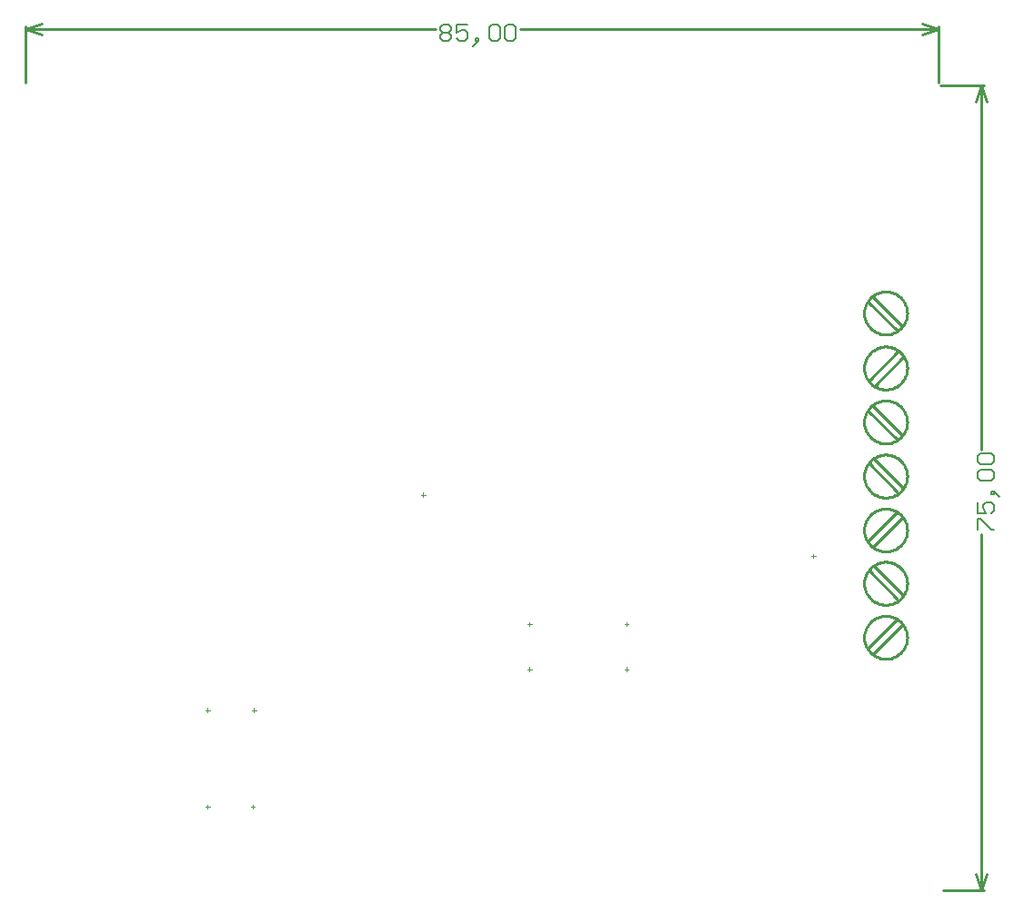
<source format=gm1>
%FSDAX24Y24*%
%MOIN*%
%SFA1B1*%

%IPPOS*%
%ADD30C,0.010000*%
%ADD96C,0.003900*%
%ADD97C,0.006000*%
%LNde-160724-1*%
%LPD*%
G54D30*
X042537Y033566D02*
D01*
X042535Y033620*
X042529Y033675*
X042519Y033729*
X042506Y033782*
X042489Y033835*
X042468Y033886*
X042444Y033935*
X042417Y033983*
X042386Y034028*
X042352Y034071*
X042316Y034112*
X042276Y034150*
X042234Y034186*
X042190Y034218*
X042143Y034247*
X042094Y034273*
X042044Y034295*
X041993Y034314*
X041940Y034329*
X041886Y034341*
X041832Y034348*
X041777Y034352*
X041722*
X041667Y034348*
X041613Y034341*
X041559Y034329*
X041506Y034314*
X041455Y034295*
X041405Y034273*
X041356Y034247*
X041309Y034218*
X041265Y034186*
X041223Y034150*
X041183Y034112*
X041147Y034071*
X041113Y034028*
X041082Y033983*
X041055Y033935*
X041031Y033886*
X041010Y033835*
X040993Y033782*
X040980Y033729*
X040970Y033675*
X040964Y033620*
X040963Y033566*
X040964Y033511*
X040970Y033456*
X040980Y033402*
X040993Y033349*
X041010Y033296*
X041031Y033245*
X041055Y033196*
X041082Y033148*
X041113Y033103*
X041147Y033060*
X041183Y033019*
X041223Y032981*
X041265Y032945*
X041309Y032913*
X041356Y032884*
X041405Y032858*
X041455Y032836*
X041506Y032817*
X041559Y032802*
X041613Y032790*
X041667Y032783*
X041722Y032779*
X041777*
X041832Y032783*
X041886Y032790*
X041940Y032802*
X041993Y032817*
X042044Y032836*
X042094Y032858*
X042143Y032884*
X042190Y032913*
X042234Y032945*
X042276Y032981*
X042316Y033019*
X042352Y033060*
X042386Y033103*
X042417Y033148*
X042444Y033196*
X042468Y033245*
X042489Y033296*
X042506Y033349*
X042519Y033402*
X042529Y033456*
X042535Y033511*
X042537Y033566*
Y037566D02*
D01*
X042535Y037620*
X042529Y037675*
X042519Y037729*
X042506Y037782*
X042489Y037835*
X042468Y037886*
X042444Y037935*
X042417Y037983*
X042386Y038028*
X042352Y038071*
X042316Y038112*
X042276Y038150*
X042234Y038186*
X042190Y038218*
X042143Y038247*
X042094Y038273*
X042044Y038295*
X041993Y038314*
X041940Y038329*
X041886Y038341*
X041832Y038348*
X041777Y038352*
X041722*
X041667Y038348*
X041613Y038341*
X041559Y038329*
X041506Y038314*
X041455Y038295*
X041405Y038273*
X041356Y038247*
X041309Y038218*
X041265Y038186*
X041223Y038150*
X041183Y038112*
X041147Y038071*
X041113Y038028*
X041082Y037983*
X041055Y037935*
X041031Y037886*
X041010Y037835*
X040993Y037782*
X040980Y037729*
X040970Y037675*
X040964Y037620*
X040963Y037566*
X040964Y037511*
X040970Y037456*
X040980Y037402*
X040993Y037349*
X041010Y037296*
X041031Y037245*
X041055Y037196*
X041082Y037148*
X041113Y037103*
X041147Y037060*
X041183Y037019*
X041223Y036981*
X041265Y036945*
X041309Y036913*
X041356Y036884*
X041405Y036858*
X041455Y036836*
X041506Y036817*
X041559Y036802*
X041613Y036790*
X041667Y036783*
X041722Y036779*
X041777*
X041832Y036783*
X041886Y036790*
X041940Y036802*
X041993Y036817*
X042044Y036836*
X042094Y036858*
X042143Y036884*
X042190Y036913*
X042234Y036945*
X042276Y036981*
X042316Y037019*
X042352Y037060*
X042386Y037103*
X042417Y037148*
X042444Y037196*
X042468Y037245*
X042489Y037296*
X042506Y037349*
X042519Y037402*
X042529Y037456*
X042535Y037511*
X042537Y037566*
Y035550D02*
D01*
X042535Y035604*
X042529Y035659*
X042519Y035713*
X042506Y035766*
X042489Y035819*
X042468Y035870*
X042444Y035919*
X042417Y035967*
X042386Y036012*
X042352Y036055*
X042316Y036096*
X042276Y036134*
X042234Y036170*
X042190Y036202*
X042143Y036231*
X042094Y036257*
X042044Y036279*
X041993Y036298*
X041940Y036313*
X041886Y036325*
X041832Y036332*
X041777Y036336*
X041722*
X041667Y036332*
X041613Y036325*
X041559Y036313*
X041506Y036298*
X041455Y036279*
X041405Y036257*
X041356Y036231*
X041309Y036202*
X041265Y036170*
X041223Y036134*
X041183Y036096*
X041147Y036055*
X041113Y036012*
X041082Y035967*
X041055Y035919*
X041031Y035870*
X041010Y035819*
X040993Y035766*
X040980Y035713*
X040970Y035659*
X040964Y035604*
X040963Y035550*
X040964Y035495*
X040970Y035440*
X040980Y035386*
X040993Y035333*
X041010Y035280*
X041031Y035229*
X041055Y035180*
X041082Y035132*
X041113Y035087*
X041147Y035044*
X041183Y035003*
X041223Y034965*
X041265Y034929*
X041309Y034897*
X041356Y034868*
X041405Y034842*
X041455Y034820*
X041506Y034801*
X041559Y034786*
X041613Y034774*
X041667Y034767*
X041722Y034763*
X041777*
X041832Y034767*
X041886Y034774*
X041940Y034786*
X041993Y034801*
X042044Y034820*
X042094Y034842*
X042143Y034868*
X042190Y034897*
X042234Y034929*
X042276Y034965*
X042316Y035003*
X042352Y035044*
X042386Y035087*
X042417Y035132*
X042444Y035180*
X042468Y035229*
X042489Y035280*
X042506Y035333*
X042519Y035386*
X042529Y035440*
X042535Y035495*
X042537Y035550*
Y029600D02*
D01*
X042535Y029654*
X042529Y029709*
X042519Y029763*
X042506Y029816*
X042489Y029869*
X042468Y029920*
X042444Y029969*
X042417Y030017*
X042386Y030062*
X042352Y030105*
X042316Y030146*
X042276Y030184*
X042234Y030220*
X042190Y030252*
X042143Y030281*
X042094Y030307*
X042044Y030329*
X041993Y030348*
X041940Y030363*
X041886Y030375*
X041832Y030382*
X041777Y030386*
X041722*
X041667Y030382*
X041613Y030375*
X041559Y030363*
X041506Y030348*
X041455Y030329*
X041405Y030307*
X041356Y030281*
X041309Y030252*
X041265Y030220*
X041223Y030184*
X041183Y030146*
X041147Y030105*
X041113Y030062*
X041082Y030017*
X041055Y029969*
X041031Y029920*
X041010Y029869*
X040993Y029816*
X040980Y029763*
X040970Y029709*
X040964Y029654*
X040963Y029600*
X040964Y029545*
X040970Y029490*
X040980Y029436*
X040993Y029383*
X041010Y029330*
X041031Y029279*
X041055Y029230*
X041082Y029182*
X041113Y029137*
X041147Y029094*
X041183Y029053*
X041223Y029015*
X041265Y028979*
X041309Y028947*
X041356Y028918*
X041405Y028892*
X041455Y028870*
X041506Y028851*
X041559Y028836*
X041613Y028824*
X041667Y028817*
X041722Y028813*
X041777*
X041832Y028817*
X041886Y028824*
X041940Y028836*
X041993Y028851*
X042044Y028870*
X042094Y028892*
X042143Y028918*
X042190Y028947*
X042234Y028979*
X042276Y029015*
X042316Y029053*
X042352Y029094*
X042386Y029137*
X042417Y029182*
X042444Y029230*
X042468Y029279*
X042489Y029330*
X042506Y029383*
X042519Y029436*
X042529Y029490*
X042535Y029545*
X042537Y029600*
Y031584D02*
D01*
X042535Y031638*
X042529Y031693*
X042519Y031747*
X042506Y031800*
X042489Y031853*
X042468Y031904*
X042444Y031953*
X042417Y032001*
X042386Y032046*
X042352Y032089*
X042316Y032130*
X042276Y032168*
X042234Y032204*
X042190Y032236*
X042143Y032265*
X042094Y032291*
X042044Y032313*
X041993Y032332*
X041940Y032347*
X041886Y032359*
X041832Y032366*
X041777Y032370*
X041722*
X041667Y032366*
X041613Y032359*
X041559Y032347*
X041506Y032332*
X041455Y032313*
X041405Y032291*
X041356Y032265*
X041309Y032236*
X041265Y032204*
X041223Y032168*
X041183Y032130*
X041147Y032089*
X041113Y032046*
X041082Y032001*
X041055Y031953*
X041031Y031904*
X041010Y031853*
X040993Y031800*
X040980Y031747*
X040970Y031693*
X040964Y031638*
X040963Y031584*
X040964Y031529*
X040970Y031474*
X040980Y031420*
X040993Y031367*
X041010Y031314*
X041031Y031263*
X041055Y031214*
X041082Y031166*
X041113Y031121*
X041147Y031078*
X041183Y031037*
X041223Y030999*
X041265Y030963*
X041309Y030931*
X041356Y030902*
X041405Y030876*
X041455Y030854*
X041506Y030835*
X041559Y030820*
X041613Y030808*
X041667Y030801*
X041722Y030797*
X041777*
X041832Y030801*
X041886Y030808*
X041940Y030820*
X041993Y030835*
X042044Y030854*
X042094Y030876*
X042143Y030902*
X042190Y030931*
X042234Y030963*
X042276Y030999*
X042316Y031037*
X042352Y031078*
X042386Y031121*
X042417Y031166*
X042444Y031214*
X042468Y031263*
X042489Y031314*
X042506Y031367*
X042519Y031420*
X042529Y031474*
X042535Y031529*
X042537Y031584*
Y025666D02*
D01*
X042535Y025720*
X042529Y025775*
X042519Y025829*
X042506Y025882*
X042489Y025935*
X042468Y025986*
X042444Y026035*
X042417Y026083*
X042386Y026128*
X042352Y026171*
X042316Y026212*
X042276Y026250*
X042234Y026286*
X042190Y026318*
X042143Y026347*
X042094Y026373*
X042044Y026395*
X041993Y026414*
X041940Y026429*
X041886Y026441*
X041832Y026448*
X041777Y026452*
X041722*
X041667Y026448*
X041613Y026441*
X041559Y026429*
X041506Y026414*
X041455Y026395*
X041405Y026373*
X041356Y026347*
X041309Y026318*
X041265Y026286*
X041223Y026250*
X041183Y026212*
X041147Y026171*
X041113Y026128*
X041082Y026083*
X041055Y026035*
X041031Y025986*
X041010Y025935*
X040993Y025882*
X040980Y025829*
X040970Y025775*
X040964Y025720*
X040963Y025666*
X040964Y025611*
X040970Y025556*
X040980Y025502*
X040993Y025449*
X041010Y025396*
X041031Y025345*
X041055Y025296*
X041082Y025248*
X041113Y025203*
X041147Y025160*
X041183Y025119*
X041223Y025081*
X041265Y025045*
X041309Y025013*
X041356Y024984*
X041405Y024958*
X041455Y024936*
X041506Y024917*
X041559Y024902*
X041613Y024890*
X041667Y024883*
X041722Y024879*
X041777*
X041832Y024883*
X041886Y024890*
X041940Y024902*
X041993Y024917*
X042044Y024936*
X042094Y024958*
X042143Y024984*
X042190Y025013*
X042234Y025045*
X042276Y025081*
X042316Y025119*
X042352Y025160*
X042386Y025203*
X042417Y025248*
X042444Y025296*
X042468Y025345*
X042489Y025396*
X042506Y025449*
X042519Y025502*
X042529Y025556*
X042535Y025611*
X042537Y025666*
Y027650D02*
D01*
X042535Y027704*
X042529Y027759*
X042519Y027813*
X042506Y027866*
X042489Y027919*
X042468Y027970*
X042444Y028019*
X042417Y028067*
X042386Y028112*
X042352Y028155*
X042316Y028196*
X042276Y028234*
X042234Y028270*
X042190Y028302*
X042143Y028331*
X042094Y028357*
X042044Y028379*
X041993Y028398*
X041940Y028413*
X041886Y028425*
X041832Y028432*
X041777Y028436*
X041722*
X041667Y028432*
X041613Y028425*
X041559Y028413*
X041506Y028398*
X041455Y028379*
X041405Y028357*
X041356Y028331*
X041309Y028302*
X041265Y028270*
X041223Y028234*
X041183Y028196*
X041147Y028155*
X041113Y028112*
X041082Y028067*
X041055Y028019*
X041031Y027970*
X041010Y027919*
X040993Y027866*
X040980Y027813*
X040970Y027759*
X040964Y027704*
X040963Y027650*
X040964Y027595*
X040970Y027540*
X040980Y027486*
X040993Y027433*
X041010Y027380*
X041031Y027329*
X041055Y027280*
X041082Y027232*
X041113Y027187*
X041147Y027144*
X041183Y027103*
X041223Y027065*
X041265Y027029*
X041309Y026997*
X041356Y026968*
X041405Y026942*
X041455Y026920*
X041506Y026901*
X041559Y026886*
X041613Y026874*
X041667Y026867*
X041722Y026863*
X041777*
X041832Y026867*
X041886Y026874*
X041940Y026886*
X041993Y026901*
X042044Y026920*
X042094Y026942*
X042143Y026968*
X042190Y026997*
X042234Y027029*
X042276Y027065*
X042316Y027103*
X042352Y027144*
X042386Y027187*
X042417Y027232*
X042444Y027280*
X042468Y027329*
X042489Y027380*
X042506Y027433*
X042519Y027486*
X042529Y027540*
X042535Y027595*
X042537Y027650*
X043696Y046028D02*
Y048100D01*
X010231Y046028D02*
Y048100D01*
X028363Y048000D02*
X043696D01*
X010231D02*
X025244D01*
X043096Y048200D02*
X043696Y048000D01*
X043096Y047800D02*
X043696Y048000D01*
X010231D02*
X010832Y047800D01*
X010231Y048000D02*
X010832Y048200D01*
X043850Y016400D02*
X045350D01*
X043750Y045928D02*
X045350D01*
X045250Y016400D02*
Y029444D01*
Y032563D02*
Y045928D01*
Y016400D02*
X045450Y017000D01*
X045050D02*
X045250Y016400D01*
X045050Y045328D02*
X045250Y045928D01*
X045450Y045328*
X041100Y034000D02*
X042175Y032925D01*
X041300Y034150D02*
X042350Y033100D01*
X041100Y038000D02*
X042175Y036925D01*
X041300Y038150D02*
X042350Y037100D01*
X041350Y034900D02*
X042400Y035950D01*
X041150Y035100D02*
X042200Y036150D01*
X041150Y032050D02*
X042200Y031000D01*
X041325Y032225D02*
X042400Y031150D01*
X041300Y029000D02*
X042350Y030050D01*
X042400*
X041100Y029200D02*
X042150Y030250D01*
X041150Y028116D02*
X042200Y027066D01*
X041325Y028291D02*
X042400Y027216D01*
X041300Y025066D02*
X042350Y026116D01*
X042400*
X041100Y025266D02*
X042150Y026316D01*
G54D96*
X039095Y028571D02*
Y028729D01*
X039017Y028650D02*
X039174D01*
X016900Y022921D02*
Y023079D01*
X016821Y023000D02*
X016979D01*
X018600Y022921D02*
Y023079D01*
X018521Y023000D02*
X018679D01*
X024721Y030900D02*
X024879D01*
X024800Y030821D02*
Y030979D01*
X018550Y019371D02*
Y019529D01*
X018471Y019450D02*
X018629D01*
X016900Y019371D02*
Y019529D01*
X016821Y019450D02*
X016979D01*
X032171Y024500D02*
X032329D01*
X032250Y024421D02*
Y024579D01*
X032171Y026150D02*
X032329D01*
X032250Y026071D02*
Y026229D01*
X028621Y024500D02*
X028779D01*
X028700Y024421D02*
Y024579D01*
X028621Y026150D02*
X028779D01*
X028700Y026071D02*
Y026229D01*
G54D97*
X025404Y048040D02*
X025504Y048140D01*
X025704*
X025804Y048040*
Y047940*
X025704Y047840*
X025804Y047740*
Y047640*
X025704Y047540*
X025504*
X025404Y047640*
Y047740*
X025504Y047840*
X025404Y047940*
Y048040*
X025504Y047840D02*
X025704D01*
X026404Y048140D02*
X026004D01*
Y047840*
X026204Y047940*
X026304*
X026404Y047840*
Y047640*
X026304Y047540*
X026104*
X026004Y047640*
X026704Y047440D02*
X026804Y047540D01*
Y047640*
X026704*
Y047540*
X026804*
X026704Y047440*
X026604Y047340*
X027204Y048040D02*
X027304Y048140D01*
X027504*
X027604Y048040*
Y047640*
X027504Y047540*
X027304*
X027204Y047640*
Y048040*
X027803D02*
X027903Y048140D01*
X028103*
X028203Y048040*
Y047640*
X028103Y047540*
X027903*
X027803Y047640*
Y048040*
X045110Y029604D02*
Y030004D01*
X045210*
X045610Y029604*
X045710*
X045110Y030604D02*
Y030204D01*
X045410*
X045310Y030404*
Y030504*
X045410Y030604*
X045610*
X045710Y030504*
Y030304*
X045610Y030204*
X045810Y030904D02*
X045710Y031004D01*
X045610*
Y030904*
X045710*
Y031004*
X045810Y030904*
X045910Y030804*
X045210Y031404D02*
X045110Y031504D01*
Y031704*
X045210Y031804*
X045610*
X045710Y031704*
Y031504*
X045610Y031404*
X045210*
Y032003D02*
X045110Y032103D01*
Y032303*
X045210Y032403*
X045610*
X045710Y032303*
Y032103*
X045610Y032003*
X045210*
M02*
</source>
